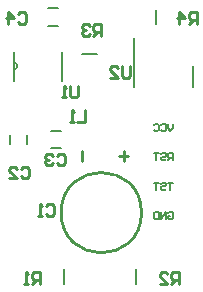
<source format=gbr>
%TF.GenerationSoftware,Altium Limited,Altium Designer,18.1.9 (240)*%
G04 Layer_Color=32896*
%FSLAX45Y45*%
%MOMM*%
%TF.FileFunction,Legend,Bot*%
%TF.Part,Single*%
G01*
G75*
%TA.AperFunction,NonConductor*%
%ADD24C,0.15240*%
%ADD25C,0.25400*%
%ADD26C,0.20000*%
D24*
X144460Y2019680D02*
G03*
X144460Y2080640I0J30480D01*
G01*
Y2172080D01*
Y2019680D02*
Y2080640D01*
Y1928240D02*
Y2019680D01*
X550860Y1928240D02*
Y2172080D01*
D25*
X1227647Y810000D02*
G03*
X1227647Y810000I-340147J0D01*
G01*
X1077500Y1250000D02*
Y1330000D01*
Y1290000D02*
X1117500Y1290000D01*
X1037500Y1290000D02*
X1117500Y1290000D01*
X727500Y1250000D02*
Y1330000D01*
X183355Y2493306D02*
X200016Y2509968D01*
X233339D01*
X250000Y2493306D01*
Y2426661D01*
X233339Y2410000D01*
X200016D01*
X183355Y2426661D01*
X100048Y2410000D02*
Y2509968D01*
X150032Y2459984D01*
X83387D01*
X1697660Y2410000D02*
Y2509968D01*
X1647676D01*
X1631015Y2493306D01*
Y2459984D01*
X1647676Y2443323D01*
X1697660D01*
X1664337D02*
X1631015Y2410000D01*
X1547708D02*
Y2509968D01*
X1597692Y2459984D01*
X1531047D01*
X752260Y1679968D02*
Y1580000D01*
X685615D01*
X652292D02*
X618970D01*
X635631D01*
Y1679968D01*
X652292Y1663306D01*
X887500Y2310000D02*
Y2409968D01*
X837516D01*
X820855Y2393306D01*
Y2359984D01*
X837516Y2343322D01*
X887500D01*
X854177D02*
X820855Y2310000D01*
X787532Y2393306D02*
X770871Y2409968D01*
X737548D01*
X720887Y2393306D01*
Y2376645D01*
X737548Y2359984D01*
X754210D01*
X737548D01*
X720887Y2343322D01*
Y2326661D01*
X737548Y2310000D01*
X770871D01*
X787532Y2326661D01*
X1547500Y210000D02*
Y309968D01*
X1497516D01*
X1480855Y293306D01*
Y259984D01*
X1497516Y243323D01*
X1547500D01*
X1514177D02*
X1480855Y210000D01*
X1380887D02*
X1447532D01*
X1380887Y276645D01*
Y293306D01*
X1397548Y309968D01*
X1430871D01*
X1447532Y293306D01*
X367500Y210000D02*
Y309968D01*
X317516D01*
X300855Y293306D01*
Y259984D01*
X317516Y243323D01*
X367500D01*
X334177D02*
X300855Y210000D01*
X267532D02*
X234210D01*
X250871D01*
Y309968D01*
X267532Y293306D01*
X510855Y1226694D02*
X527516Y1210032D01*
X560839D01*
X577500Y1226694D01*
Y1293339D01*
X560839Y1310000D01*
X527516D01*
X510855Y1293339D01*
X477532Y1226694D02*
X460871Y1210032D01*
X427548D01*
X410887Y1226694D01*
Y1243355D01*
X427548Y1260016D01*
X444210D01*
X427548D01*
X410887Y1276677D01*
Y1293339D01*
X427548Y1310000D01*
X460871D01*
X477532Y1293339D01*
X205855Y1183467D02*
X222516Y1200128D01*
X255838D01*
X272500Y1183467D01*
Y1116821D01*
X255838Y1100160D01*
X222516D01*
X205855Y1116821D01*
X105887Y1100160D02*
X172532D01*
X105887Y1166805D01*
Y1183467D01*
X122548Y1200128D01*
X155871D01*
X172532Y1183467D01*
X420695Y863146D02*
X437356Y879808D01*
X470679D01*
X487340Y863146D01*
Y796501D01*
X470679Y779840D01*
X437356D01*
X420695Y796501D01*
X387372Y779840D02*
X354050D01*
X370711D01*
Y879808D01*
X387372Y863146D01*
X687500Y1885128D02*
Y1801821D01*
X670839Y1785160D01*
X637516D01*
X620855Y1801821D01*
Y1885128D01*
X587532Y1785160D02*
X554210D01*
X570871D01*
Y1885128D01*
X587532Y1868466D01*
X1127500Y2050128D02*
Y1966822D01*
X1110839Y1950160D01*
X1077516D01*
X1060855Y1966822D01*
Y2050128D01*
X960887Y1950160D02*
X1027532D01*
X960887Y2016805D01*
Y2033467D01*
X977548Y2050128D01*
X1010871D01*
X1027532Y2033467D01*
D26*
X1347500Y2410000D02*
Y2530000D01*
X727500Y2155240D02*
X847500D01*
X1177500Y210000D02*
Y330000D01*
X570000Y210000D02*
Y330000D01*
X440000Y2543800D02*
X520000D01*
X440000Y2393800D02*
X520000D01*
X462500Y1355000D02*
X542500D01*
X462500Y1505000D02*
X542500D01*
X110100Y1390000D02*
Y1470000D01*
X260100Y1390000D02*
Y1470000D01*
X1167500Y1870000D02*
Y2290000D01*
X1667500Y1870000D02*
Y2050000D01*
X1452673Y803143D02*
X1462669Y813140D01*
X1482663D01*
X1492660Y803143D01*
Y763156D01*
X1482663Y753160D01*
X1462669D01*
X1452673Y763156D01*
Y783150D01*
X1472666D01*
X1432679Y753160D02*
Y813140D01*
X1392692Y753160D01*
Y813140D01*
X1372699D02*
Y753160D01*
X1342708D01*
X1332712Y763156D01*
Y803143D01*
X1342708Y813140D01*
X1372699D01*
X1492660Y1063140D02*
X1452673D01*
X1472666D01*
Y1003160D01*
X1392692Y1053143D02*
X1402689Y1063140D01*
X1422682D01*
X1432679Y1053143D01*
Y1043147D01*
X1422682Y1033150D01*
X1402689D01*
X1392692Y1023153D01*
Y1013156D01*
X1402689Y1003160D01*
X1422682D01*
X1432679Y1013156D01*
X1372699Y1063140D02*
X1332712D01*
X1352705D01*
Y1003160D01*
X1492660Y1253160D02*
Y1313140D01*
X1462669D01*
X1452673Y1303143D01*
Y1283150D01*
X1462669Y1273153D01*
X1492660D01*
X1472666D02*
X1452673Y1253160D01*
X1392692Y1303143D02*
X1402689Y1313140D01*
X1422682D01*
X1432679Y1303143D01*
Y1293147D01*
X1422682Y1283150D01*
X1402689D01*
X1392692Y1273153D01*
Y1263156D01*
X1402689Y1253160D01*
X1422682D01*
X1432679Y1263156D01*
X1372699Y1313140D02*
X1332712D01*
X1352705D01*
Y1253160D01*
X1492660Y1563140D02*
Y1523153D01*
X1472666Y1503160D01*
X1452673Y1523153D01*
Y1563140D01*
X1392692Y1553143D02*
X1402689Y1563140D01*
X1422682D01*
X1432679Y1553143D01*
Y1513156D01*
X1422682Y1503160D01*
X1402689D01*
X1392692Y1513156D01*
X1332712Y1553143D02*
X1342708Y1563140D01*
X1362702D01*
X1372699Y1553143D01*
Y1513156D01*
X1362702Y1503160D01*
X1342708D01*
X1332712Y1513156D01*
%TF.MD5,56c52b50f385477cac97dbd5a82d680b*%
M02*

</source>
